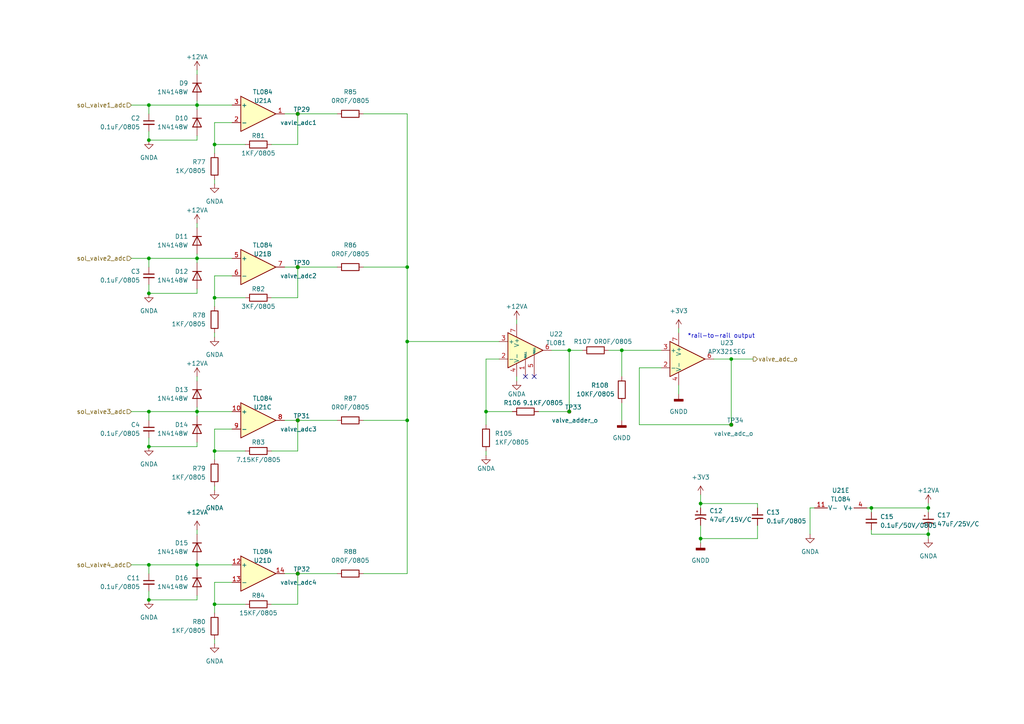
<source format=kicad_sch>
(kicad_sch (version 20211123) (generator eeschema)
  (paper "A4")
  (title_block (title "sol_valve_adc") (date "2022-06-23") (rev "rev00"))
  (lib_symbols
    (symbol "+12VA_1" (power) (pin_names (offset 0))
      (property "Value" "+12VA_1" (at 0 3.556 0))
      (symbol "+12VA_1_0_1"
        (polyline (pts (xy -0.762 1.27) (xy 0 2.54)))
        (polyline (pts (xy 0 0) (xy 0 2.54)))
        (polyline (pts (xy 0 2.54) (xy 0.762 1.27)))
      )
      (symbol "+12VA_1_1_1"
        (pin power_in line (at 0 0 90) (length 0) hide (name "+12VA") (number "1"))
      )
    )
    (symbol "+12VA_2" (power) (pin_names (offset 0))
      (property "Value" "+12VA_2" (at 0 3.556 0))
      (symbol "+12VA_2_0_1"
        (polyline (pts (xy -0.762 1.27) (xy 0 2.54)))
        (polyline (pts (xy 0 0) (xy 0 2.54)))
        (polyline (pts (xy 0 2.54) (xy 0.762 1.27)))
      )
      (symbol "+12VA_2_1_1"
        (pin power_in line (at 0 0 90) (length 0) hide (name "+12VA") (number "1"))
      )
    )
    (symbol "+12VA_3" (power) (pin_names (offset 0))
      (property "Value" "+12VA_3" (at 0 3.556 0))
      (symbol "+12VA_3_0_1"
        (polyline (pts (xy -0.762 1.27) (xy 0 2.54)))
        (polyline (pts (xy 0 0) (xy 0 2.54)))
        (polyline (pts (xy 0 2.54) (xy 0.762 1.27)))
      )
      (symbol "+12VA_3_1_1"
        (pin power_in line (at 0 0 90) (length 0) hide (name "+12VA") (number "1"))
      )
    )
    (symbol "+12VA_4" (power) (pin_names (offset 0))
      (property "Value" "+12VA_4" (at 0 3.556 0))
      (symbol "+12VA_4_0_1"
        (polyline (pts (xy -0.762 1.27) (xy 0 2.54)))
        (polyline (pts (xy 0 0) (xy 0 2.54)))
        (polyline (pts (xy 0 2.54) (xy 0.762 1.27)))
      )
      (symbol "+12VA_4_1_1"
        (pin power_in line (at 0 0 90) (length 0) hide (name "+12VA") (number "1"))
      )
    )
    (symbol "+12VA_5" (power) (pin_names (offset 0))
      (property "Value" "+12VA_5" (at 0 3.556 0))
      (symbol "+12VA_5_0_1"
        (polyline (pts (xy -0.762 1.27) (xy 0 2.54)))
        (polyline (pts (xy 0 0) (xy 0 2.54)))
        (polyline (pts (xy 0 2.54) (xy 0.762 1.27)))
      )
      (symbol "+12VA_5_1_1"
        (pin power_in line (at 0 0 90) (length 0) hide (name "+12VA") (number "1"))
      )
    )
    (symbol "Amplifier_Operational:OPA196xD" (pin_names (offset 0.127))
      (property "Reference" "U" (at 0 6.35 0))
      (property "Value" "OPA196xD" (at 0 3.81 0))
      (symbol "OPA196xD_0_1"
        (polyline (pts (xy -5.08 5.08) (xy 5.08 0) (xy -5.08 -5.08) (xy -5.08 5.08)) (stroke (width 0.254)) (fill (type background)))
      )
      (symbol "OPA196xD_1_1"
        (pin no_connect line (at -2.54 2.54 270) (length 2.54) hide (name "NC") (number "1"))
        (pin input line (at -7.62 -2.54 0) (length 2.54) (name "-") (number "2"))
        (pin input line (at -7.62 2.54 0) (length 2.54) (name "+") (number "3"))
        (pin power_in line (at -2.54 -7.62 90) (length 3.81) (name "V-") (number "4"))
        (pin no_connect line (at 0 2.54 270) (length 2.54) hide (name "NC") (number "5"))
        (pin output line (at 7.62 0 180) (length 2.54) (name "~") (number "6"))
        (pin power_in line (at -2.54 7.62 270) (length 3.81) (name "V+") (number "7"))
        (pin no_connect line (at 0 -2.54 90) (length 2.54) hide (name "NC") (number "8"))
      )
    )
    (symbol "Amplifier_Operational:TL081" (pin_names (offset 0.127))
      (property "Reference" "U" (at 0 6.35 0))
      (property "Value" "TL081" (at 0 3.81 0))
      (symbol "TL081_0_1"
        (polyline (pts (xy -5.08 5.08) (xy 5.08 0) (xy -5.08 -5.08) (xy -5.08 5.08)) (stroke (width 0.254)) (fill (type background)))
      )
      (symbol "TL081_1_1"
        (pin input line (at 0 -7.62 90) (length 5.08) (name "NULL") (number "1"))
        (pin input line (at -7.62 -2.54 0) (length 2.54) (name "-") (number "2"))
        (pin input line (at -7.62 2.54 0) (length 2.54) (name "+") (number "3"))
        (pin power_in line (at -2.54 -7.62 90) (length 3.81) (name "V-") (number "4"))
        (pin input line (at 2.54 -7.62 90) (length 6.35) (name "NULL") (number "5"))
        (pin output line (at 7.62 0 180) (length 2.54) (name "~") (number "6"))
        (pin power_in line (at -2.54 7.62 270) (length 3.81) (name "V+") (number "7"))
        (pin no_connect line (at 0 2.54 270) (length 2.54) hide (name "NC") (number "8"))
      )
    )
    (symbol "Amplifier_Operational:TL084" (pin_names (offset 0.127))
      (property "Reference" "U" (at 0 5.08 0))
      (property "Value" "TL084" (at 0 -5.08 0))
      (symbol "TL084_1_1"
        (polyline (pts (xy -5.08 5.08) (xy 5.08 0) (xy -5.08 -5.08) (xy -5.08 5.08)) (stroke (width 0.254)) (fill (type background)))
        (pin output line (at 7.62 0 180) (length 2.54) (name "~") (number "1"))
        (pin input line (at -7.62 -2.54 0) (length 2.54) (name "-") (number "2"))
        (pin input line (at -7.62 2.54 0) (length 2.54) (name "+") (number "3"))
      )
      (symbol "TL084_2_1"
        (polyline (pts (xy -5.08 5.08) (xy 5.08 0) (xy -5.08 -5.08) (xy -5.08 5.08)) (stroke (width 0.254)) (fill (type background)))
        (pin input line (at -7.62 2.54 0) (length 2.54) (name "+") (number "5"))
        (pin input line (at -7.62 -2.54 0) (length 2.54) (name "-") (number "6"))
        (pin output line (at 7.62 0 180) (length 2.54) (name "~") (number "7"))
      )
      (symbol "TL084_3_1"
        (polyline (pts (xy -5.08 5.08) (xy 5.08 0) (xy -5.08 -5.08) (xy -5.08 5.08)) (stroke (width 0.254)) (fill (type background)))
        (pin input line (at -7.62 2.54 0) (length 2.54) (name "+") (number "10"))
        (pin output line (at 7.62 0 180) (length 2.54) (name "~") (number "8"))
        (pin input line (at -7.62 -2.54 0) (length 2.54) (name "-") (number "9"))
      )
      (symbol "TL084_4_1"
        (polyline (pts (xy -5.08 5.08) (xy 5.08 0) (xy -5.08 -5.08) (xy -5.08 5.08)) (stroke (width 0.254)) (fill (type background)))
        (pin input line (at -7.62 2.54 0) (length 2.54) (name "+") (number "12"))
        (pin input line (at -7.62 -2.54 0) (length 2.54) (name "-") (number "13"))
        (pin output line (at 7.62 0 180) (length 2.54) (name "~") (number "14"))
      )
      (symbol "TL084_5_1"
        (pin power_in line (at -2.54 -7.62 90) (length 3.81) (name "V-") (number "11"))
        (pin power_in line (at -2.54 7.62 270) (length 3.81) (name "V+") (number "4"))
      )
    )
    (symbol "Connector:TestPoint_Small" (pin_numbers hide) (pin_names (offset 0.762) hide)
      (property "Reference" "TP" (at 0 3.81 0))
      (property "Value" "TestPoint_Small" (at 0 2.032 0))
      (symbol "TestPoint_Small_0_1"
        (circle (center 0 0) (radius 0.508))
      )
      (symbol "TestPoint_Small_1_1"
        (pin passive line (at 0 0 90) (length 0) (name "1") (number "1"))
      )
    )
    (symbol "Device:C_Polarized_Small_US" (pin_numbers hide) (pin_names (offset 0.254) hide)
      (property "Reference" "C" (at 0.254 1.778 0))
      (property "Value" "C_Polarized_Small_US" (at 0.254 -2.032 0))
      (symbol "C_Polarized_Small_US_0_1"
        (polyline (pts (xy -1.524 0.508) (xy 1.524 0.508)) (stroke (width 0.3048)))
        (polyline (pts (xy -1.27 1.524) (xy -0.762 1.524)))
        (polyline (pts (xy -1.016 1.27) (xy -1.016 1.778)))
        (arc (start 1.524 -0.762) (mid 0 -0.3734) (end -1.524 -0.762) (stroke (width 0.3048)))
      )
      (symbol "C_Polarized_Small_US_1_1"
        (pin passive line (at 0 2.54 270) (length 2.032) (name "~") (number "1"))
        (pin passive line (at 0 -2.54 90) (length 2.032) (name "~") (number "2"))
      )
    )
    (symbol "Device:C_Small" (pin_numbers hide) (pin_names (offset 0.254) hide)
      (property "Reference" "C" (at 0.254 1.778 0))
      (property "Value" "C_Small" (at 0.254 -2.032 0))
      (symbol "C_Small_0_1"
        (polyline (pts (xy -1.524 -0.508) (xy 1.524 -0.508)) (stroke (width 0.3302)))
        (polyline (pts (xy -1.524 0.508) (xy 1.524 0.508)) (stroke (width 0.3048)))
      )
      (symbol "C_Small_1_1"
        (pin passive line (at 0 2.54 270) (length 2.032) (name "~") (number "1"))
        (pin passive line (at 0 -2.54 90) (length 2.032) (name "~") (number "2"))
      )
    )
    (symbol "Device:R" (pin_numbers hide) (pin_names (offset 0))
      (property "Reference" "R" (at 2.032 0 90))
      (property "Value" "R" (at 0 0 90))
      (symbol "R_0_1"
        (rectangle (start -1.016 -2.54) (end 1.016 2.54) (stroke (width 0.254)))
      )
      (symbol "R_1_1"
        (pin passive line (at 0 3.81 270) (length 1.27) (name "~") (number "1"))
        (pin passive line (at 0 -3.81 90) (length 1.27) (name "~") (number "2"))
      )
    )
    (symbol "Diode:1N4148W" (pin_numbers hide) (pin_names (offset 1.016) hide)
      (property "Reference" "D" (at 0 2.54 0))
      (property "Value" "1N4148W" (at 0 -2.54 0))
      (symbol "1N4148W_0_1"
        (polyline (pts (xy -1.27 1.27) (xy -1.27 -1.27)) (stroke (width 0.254)))
        (polyline (pts (xy 1.27 0) (xy -1.27 0)))
        (polyline (pts (xy 1.27 1.27) (xy 1.27 -1.27) (xy -1.27 0) (xy 1.27 1.27)) (stroke (width 0.254)))
      )
      (symbol "1N4148W_1_1"
        (pin passive line (at -3.81 0 0) (length 2.54) (name "K") (number "1"))
        (pin passive line (at 3.81 0 180) (length 2.54) (name "A") (number "2"))
      )
    )
    (symbol "power:+12VA" (power) (pin_names (offset 0))
      (property "Value" "+12VA" (at 0 3.556 0))
      (symbol "+12VA_0_1"
        (polyline (pts (xy -0.762 1.27) (xy 0 2.54)))
        (polyline (pts (xy 0 0) (xy 0 2.54)))
        (polyline (pts (xy 0 2.54) (xy 0.762 1.27)))
      )
      (symbol "+12VA_1_1"
        (pin power_in line (at 0 0 90) (length 0) hide (name "+12VA") (number "1"))
      )
    )
    (symbol "power:+3V3" (power) (pin_names (offset 0))
      (property "Value" "+3V3" (at 0 3.556 0))
      (symbol "+3V3_0_1"
        (polyline (pts (xy -0.762 1.27) (xy 0 2.54)))
        (polyline (pts (xy 0 0) (xy 0 2.54)))
        (polyline (pts (xy 0 2.54) (xy 0.762 1.27)))
      )
      (symbol "+3V3_1_1"
        (pin power_in line (at 0 0 90) (length 0) hide (name "+3V3") (number "1"))
      )
    )
    (symbol "power:GNDA" (power) (pin_names (offset 0))
      (property "Value" "GNDA" (at 0 -3.81 0))
      (symbol "GNDA_0_1"
        (polyline (pts (xy 0 0) (xy 0 -1.27) (xy 1.27 -1.27) (xy 0 -2.54) (xy -1.27 -1.27) (xy 0 -1.27)))
      )
      (symbol "GNDA_1_1"
        (pin power_in line (at 0 0 270) (length 0) hide (name "GNDA") (number "1"))
      )
    )
    (symbol "power:GNDD" (power) (pin_names (offset 0))
      (property "Value" "GNDD" (at 0 -3.175 0))
      (symbol "GNDD_0_1"
        (rectangle (start -1.27 -1.524) (end 1.27 -2.032) (stroke (width 0.254)) (fill (type outline)))
        (polyline (pts (xy 0 0) (xy 0 -1.524)))
      )
      (symbol "GNDD_1_1"
        (pin power_in line (at 0 0 270) (length 0) hide (name "GNDD") (number "1"))
      )
    )
  )
  (junction (at 43.18 40.64))
  (junction (at 118.11 99.06))
  (junction (at 43.18 74.93))
  (junction (at 180.34 101.6))
  (junction (at 62.23 86.36))
  (junction (at 140.97 119.38))
  (junction (at 57.15 119.38))
  (junction (at 118.11 77.47))
  (junction (at 212.09 104.14))
  (junction (at 62.23 41.91))
  (junction (at 43.18 163.83))
  (junction (at 86.36 166.37))
  (junction (at 86.36 33.02))
  (junction (at 203.2 146.05))
  (junction (at 269.24 147.32))
  (junction (at 43.18 30.48))
  (junction (at 57.15 163.83))
  (junction (at 252.73 147.32))
  (junction (at 165.1 119.38))
  (junction (at 43.18 173.99))
  (junction (at 43.18 119.38))
  (junction (at 86.36 121.92))
  (junction (at 203.2 156.21))
  (junction (at 57.15 30.48))
  (junction (at 57.15 74.93))
  (junction (at 43.18 85.09))
  (junction (at 86.36 77.47))
  (junction (at 62.23 175.26))
  (junction (at 269.24 154.94))
  (junction (at 62.23 130.81))
  (junction (at 43.18 129.54))
  (junction (at 165.1 101.6))
  (junction (at 212.09 123.19))
  (junction (at 118.11 121.92))
  (no_connect (at 152.4 109.22))
  (no_connect (at 154.94 109.22))
  (wire (pts (xy 71.12 86.36) (xy 62.23 86.36)))
  (wire (pts (xy 43.18 74.93) (xy 43.18 77.47)))
  (wire (pts (xy 160.02 101.6) (xy 165.1 101.6)))
  (wire (pts (xy 43.18 127) (xy 43.18 129.54)))
  (wire (pts (xy 57.15 85.09) (xy 43.18 85.09)))
  (wire (pts (xy 203.2 156.21) (xy 203.2 157.48)))
  (wire (pts (xy 57.15 128.27) (xy 57.15 129.54)))
  (wire (pts (xy 140.97 104.14) (xy 144.78 104.14)))
  (wire (pts (xy 43.18 30.48) (xy 38.1 30.48)))
  (wire (pts (xy 62.23 175.26) (xy 62.23 177.8)))
  (wire (pts (xy 57.15 129.54) (xy 43.18 129.54)))
  (wire (pts (xy 57.15 29.21) (xy 57.15 30.48)))
  (wire (pts (xy 57.15 73.66) (xy 57.15 74.93)))
  (wire (pts (xy 105.41 121.92) (xy 118.11 121.92)))
  (wire (pts (xy 118.11 99.06) (xy 144.78 99.06)))
  (wire (pts (xy 71.12 175.26) (xy 62.23 175.26)))
  (wire (pts (xy 165.1 101.6) (xy 165.1 119.38)))
  (wire (pts (xy 57.15 109.22) (xy 57.15 110.49)))
  (wire (pts (xy 43.18 30.48) (xy 43.18 33.02)))
  (wire (pts (xy 269.24 147.32) (xy 269.24 148.59)))
  (wire (pts (xy 185.42 123.19) (xy 212.09 123.19)))
  (wire (pts (xy 57.15 172.72) (xy 57.15 173.99)))
  (wire (pts (xy 236.22 147.32) (xy 234.95 147.32)))
  (wire (pts (xy 86.36 77.47) (xy 82.55 77.47)))
  (wire (pts (xy 57.15 119.38) (xy 57.15 120.65)))
  (wire (pts (xy 86.36 166.37) (xy 97.79 166.37)))
  (wire (pts (xy 62.23 185.42) (xy 62.23 186.69)))
  (wire (pts (xy 71.12 41.91) (xy 62.23 41.91)))
  (wire (pts (xy 78.74 86.36) (xy 86.36 86.36)))
  (wire (pts (xy 67.31 124.46) (xy 62.23 124.46)))
  (wire (pts (xy 67.31 168.91) (xy 62.23 168.91)))
  (wire (pts (xy 252.73 153.67) (xy 252.73 154.94)))
  (wire (pts (xy 219.71 147.32) (xy 219.71 146.05)))
  (wire (pts (xy 86.36 166.37) (xy 82.55 166.37)))
  (wire (pts (xy 57.15 163.83) (xy 43.18 163.83)))
  (wire (pts (xy 149.86 92.71) (xy 149.86 93.98)))
  (wire (pts (xy 86.36 77.47) (xy 97.79 77.47)))
  (wire (pts (xy 196.85 95.25) (xy 196.85 96.52)))
  (wire (pts (xy 62.23 86.36) (xy 62.23 88.9)))
  (wire (pts (xy 57.15 39.37) (xy 57.15 40.64)))
  (wire (pts (xy 118.11 121.92) (xy 118.11 99.06)))
  (wire (pts (xy 62.23 41.91) (xy 62.23 44.45)))
  (wire (pts (xy 67.31 74.93) (xy 57.15 74.93)))
  (wire (pts (xy 57.15 64.77) (xy 57.15 66.04)))
  (wire (pts (xy 62.23 140.97) (xy 62.23 142.24)))
  (wire (pts (xy 219.71 146.05) (xy 203.2 146.05)))
  (wire (pts (xy 207.01 104.14) (xy 212.09 104.14)))
  (wire (pts (xy 165.1 119.38) (xy 156.21 119.38)))
  (wire (pts (xy 180.34 101.6) (xy 180.34 109.22)))
  (wire (pts (xy 62.23 96.52) (xy 62.23 97.79)))
  (wire (pts (xy 118.11 166.37) (xy 118.11 121.92)))
  (wire (pts (xy 43.18 74.93) (xy 38.1 74.93)))
  (wire (pts (xy 43.18 38.1) (xy 43.18 40.64)))
  (wire (pts (xy 148.59 119.38) (xy 140.97 119.38)))
  (wire (pts (xy 57.15 40.64) (xy 43.18 40.64)))
  (wire (pts (xy 269.24 146.05) (xy 269.24 147.32)))
  (wire (pts (xy 62.23 80.01) (xy 62.23 86.36)))
  (wire (pts (xy 105.41 33.02) (xy 118.11 33.02)))
  (wire (pts (xy 62.23 168.91) (xy 62.23 175.26)))
  (wire (pts (xy 57.15 163.83) (xy 57.15 165.1)))
  (wire (pts (xy 203.2 146.05) (xy 203.2 147.32)))
  (wire (pts (xy 43.18 119.38) (xy 43.18 121.92)))
  (wire (pts (xy 203.2 143.51) (xy 203.2 146.05)))
  (wire (pts (xy 176.53 101.6) (xy 180.34 101.6)))
  (wire (pts (xy 67.31 119.38) (xy 57.15 119.38)))
  (wire (pts (xy 86.36 33.02) (xy 97.79 33.02)))
  (wire (pts (xy 234.95 147.32) (xy 234.95 154.94)))
  (wire (pts (xy 43.18 163.83) (xy 38.1 163.83)))
  (wire (pts (xy 86.36 175.26) (xy 86.36 166.37)))
  (wire (pts (xy 212.09 123.19) (xy 212.09 104.14)))
  (wire (pts (xy 67.31 35.56) (xy 62.23 35.56)))
  (wire (pts (xy 62.23 124.46) (xy 62.23 130.81)))
  (wire (pts (xy 86.36 121.92) (xy 97.79 121.92)))
  (wire (pts (xy 67.31 80.01) (xy 62.23 80.01)))
  (wire (pts (xy 180.34 116.84) (xy 180.34 121.92)))
  (wire (pts (xy 86.36 33.02) (xy 82.55 33.02)))
  (wire (pts (xy 149.86 109.22) (xy 149.86 110.49)))
  (wire (pts (xy 62.23 52.07) (xy 62.23 53.34)))
  (wire (pts (xy 252.73 147.32) (xy 252.73 148.59)))
  (wire (pts (xy 180.34 101.6) (xy 191.77 101.6)))
  (wire (pts (xy 185.42 106.68) (xy 185.42 123.19)))
  (wire (pts (xy 140.97 130.81) (xy 140.97 132.08)))
  (wire (pts (xy 203.2 156.21) (xy 219.71 156.21)))
  (wire (pts (xy 57.15 74.93) (xy 43.18 74.93)))
  (wire (pts (xy 140.97 119.38) (xy 140.97 104.14)))
  (wire (pts (xy 57.15 30.48) (xy 57.15 31.75)))
  (wire (pts (xy 105.41 166.37) (xy 118.11 166.37)))
  (wire (pts (xy 57.15 74.93) (xy 57.15 76.2)))
  (wire (pts (xy 252.73 154.94) (xy 269.24 154.94)))
  (wire (pts (xy 67.31 30.48) (xy 57.15 30.48)))
  (wire (pts (xy 212.09 104.14) (xy 218.44 104.14)))
  (wire (pts (xy 78.74 175.26) (xy 86.36 175.26)))
  (wire (pts (xy 57.15 118.11) (xy 57.15 119.38)))
  (wire (pts (xy 78.74 130.81) (xy 86.36 130.81)))
  (wire (pts (xy 67.31 163.83) (xy 57.15 163.83)))
  (wire (pts (xy 57.15 20.32) (xy 57.15 21.59)))
  (wire (pts (xy 78.74 41.91) (xy 86.36 41.91)))
  (wire (pts (xy 71.12 130.81) (xy 62.23 130.81)))
  (wire (pts (xy 86.36 130.81) (xy 86.36 121.92)))
  (wire (pts (xy 43.18 171.45) (xy 43.18 173.99)))
  (wire (pts (xy 86.36 121.92) (xy 82.55 121.92)))
  (wire (pts (xy 62.23 130.81) (xy 62.23 133.35)))
  (wire (pts (xy 86.36 86.36) (xy 86.36 77.47)))
  (wire (pts (xy 252.73 147.32) (xy 269.24 147.32)))
  (wire (pts (xy 269.24 153.67) (xy 269.24 154.94)))
  (wire (pts (xy 57.15 119.38) (xy 43.18 119.38)))
  (wire (pts (xy 57.15 153.67) (xy 57.15 154.94)))
  (wire (pts (xy 251.46 147.32) (xy 252.73 147.32)))
  (wire (pts (xy 57.15 173.99) (xy 43.18 173.99)))
  (wire (pts (xy 140.97 119.38) (xy 140.97 123.19)))
  (wire (pts (xy 43.18 82.55) (xy 43.18 85.09)))
  (wire (pts (xy 118.11 77.47) (xy 118.11 99.06)))
  (wire (pts (xy 43.18 163.83) (xy 43.18 166.37)))
  (wire (pts (xy 57.15 83.82) (xy 57.15 85.09)))
  (wire (pts (xy 191.77 106.68) (xy 185.42 106.68)))
  (wire (pts (xy 62.23 35.56) (xy 62.23 41.91)))
  (wire (pts (xy 105.41 77.47) (xy 118.11 77.47)))
  (wire (pts (xy 118.11 33.02) (xy 118.11 77.47)))
  (wire (pts (xy 57.15 162.56) (xy 57.15 163.83)))
  (wire (pts (xy 196.85 111.76) (xy 196.85 114.3)))
  (wire (pts (xy 43.18 119.38) (xy 38.1 119.38)))
  (wire (pts (xy 203.2 152.4) (xy 203.2 156.21)))
  (wire (pts (xy 86.36 41.91) (xy 86.36 33.02)))
  (wire (pts (xy 57.15 30.48) (xy 43.18 30.48)))
  (wire (pts (xy 269.24 154.94) (xy 269.24 156.21)))
  (wire (pts (xy 165.1 101.6) (xy 168.91 101.6)))
  (wire (pts (xy 219.71 152.4) (xy 219.71 156.21)))
  (text "*rail-to-rail output\n\n" (at 199.39 100.33 0) (effects (font (size 1.27 1.27)) (justify left bottom)))
  (hierarchical_label "sol_valve2_adc" (shape input) (at 38.1 74.93 180))
  (hierarchical_label "sol_valve4_adc" (shape input) (at 38.1 163.83 180))
  (hierarchical_label "valve_adc_o" (shape output) (at 218.44 104.14 0))
  (hierarchical_label "sol_valve1_adc" (shape input) (at 38.1 30.48 180))
  (hierarchical_label "sol_valve3_adc" (shape input) (at 38.1 119.38 180))
  (symbol (lib_id "Device:C_Polarized_Small_US") (at 269.24 151.13 0) (unit 1)
    (property "Reference" "C17" (at 271.78 149.4281 0) (effects (justify left)))
    (property "Value" "47uF/25V/C" (at 271.78 151.9681 0) (effects (justify left)))
  )
  (symbol (lib_id "power:GNDA") (at 43.18 173.99 0) (mirror y) (unit 1)
    (property "Reference" "#PWR044" (effects hide))
    (property "Value" "GNDA" (at 43.18 179.07 0))
  )
  (symbol (lib_id "Device:R") (at 62.23 92.71 0) (mirror x) (unit 1)
    (property "Reference" "R78" (at 59.69 91.4399 0) (effects (justify right)))
    (property "Value" "1KF/0805" (at 59.69 93.9799 0) (effects (justify right)))
  )
  (symbol (lib_id "power:GNDA") (at 43.18 85.09 0) (mirror y) (unit 1)
    (property "Reference" "#PWR042" (effects hide))
    (property "Value" "GNDA" (at 43.18 90.17 0))
  )
  (symbol (lib_id "power:GNDA") (at 62.23 97.79 0) (mirror y) (unit 1)
    (property "Reference" "#PWR050" (effects hide))
    (property "Value" "GNDA" (at 62.23 102.87 0))
  )
  (symbol (lib_name "+12VA_5") (lib_id "power:+12VA") (at 57.15 109.22 0) (unit 1)
    (property "Reference" "#PWR047" (effects hide))
    (property "Value" "+12VA" (at 57.15 105.41 0))
  )
  (symbol (lib_id "Device:C_Small") (at 43.18 124.46 0) (mirror y) (unit 1)
    (property "Reference" "C4" (at 40.64 123.1962 0) (effects (justify left)))
    (property "Value" "0.1uF/0805" (at 40.64 125.7362 0) (effects (justify left)))
  )
  (symbol (lib_id "Device:R") (at 62.23 137.16 0) (mirror x) (unit 1)
    (property "Reference" "R79" (at 59.69 135.8899 0) (effects (justify right)))
    (property "Value" "1KF/0805" (at 59.69 138.4299 0) (effects (justify right)))
  )
  (symbol (lib_id "Amplifier_Operational:TL084") (at 74.93 166.37 0) (unit 4)
    (property "Reference" "U21" (at 76.2 162.56 0))
    (property "Value" "TL084" (at 76.2 160.02 0))
    (property "Datasheet" "http://www.ti.com/lit/ds/symlink/tl081.pdf" (effects hide))
    (property "Reference" "U?" (effects hide))
    (property "Value" "TL084" (effects hide))
  )
  (symbol (lib_id "power:GNDA") (at 140.97 132.08 0) (mirror y) (unit 1)
    (property "Reference" "#PWR053" (effects hide))
    (property "Value" "GNDA" (at 140.97 135.89 0))
  )
  (symbol (lib_name "+12VA_2") (lib_id "power:+12VA") (at 57.15 20.32 0) (unit 1)
    (property "Reference" "#PWR045" (effects hide))
    (property "Value" "+12VA" (at 57.15 16.51 0))
  )
  (symbol (lib_id "Diode:1N4148W") (at 57.15 168.91 90) (mirror x) (unit 1)
    (property "Reference" "D16" (at 54.61 167.6399 90) (effects (justify left)))
    (property "Value" "1N4148W" (at 54.61 170.1799 90) (effects (justify left)))
    (property "Footprint" "Diode_SMD:D_SOD-123" (effects hide))
    (property "Datasheet" "https://www.vishay.com/docs/85748/1n4148w.pdf" (effects hide))
  )
  (symbol (lib_id "Device:R") (at 140.97 127 0) (unit 1)
    (property "Reference" "R105" (at 143.51 125.7299 0) (effects (justify left)))
    (property "Value" "1KF/0805" (at 143.51 128.2699 0) (effects (justify left)))
  )
  (symbol (lib_id "power:+3V3") (at 203.2 143.51 0) (unit 1)
    (property "Reference" "#PWR060" (effects hide))
    (property "Value" "+3V3" (at 203.2 138.43 0))
  )
  (symbol (lib_id "Device:R") (at 101.6 121.92 90) (unit 1)
    (property "Reference" "R87" (at 101.6 115.57 90))
    (property "Value" "0R0F/0805" (at 101.6 118.11 90))
  )
  (symbol (lib_id "Device:R") (at 152.4 119.38 90) (unit 1)
    (property "Reference" "R106" (at 148.59 116.84 90))
    (property "Value" "9.1KF/0805" (at 157.48 116.84 90))
  )
  (symbol (lib_id "Amplifier_Operational:TL084") (at 243.84 149.86 270) (unit 5)
    (property "Reference" "U21" (at 243.84 142.24 90))
    (property "Value" "TL084" (at 243.84 144.78 90))
    (property "Datasheet" "http://www.ti.com/lit/ds/symlink/tl081.pdf" (effects hide))
    (property "Reference" "U?" (effects hide))
    (property "Value" "TL084" (effects hide))
  )
  (symbol (lib_id "power:GNDD") (at 180.34 121.92 0) (unit 1)
    (property "Reference" "#PWR056" (effects hide))
    (property "Value" "GNDD" (at 180.34 127 0))
  )
  (symbol (lib_id "Device:R") (at 62.23 48.26 0) (mirror x) (unit 1)
    (property "Reference" "R77" (at 59.69 46.9899 0) (effects (justify right)))
    (property "Value" "1K/0805" (at 59.69 49.5299 0) (effects (justify right)))
    (property "Reference" "R77" (effects hide))
    (property "Value" "1KF/0805" (effects hide))
  )
  (symbol (lib_id "Connector:TestPoint_Small") (at 86.36 121.92 0) (unit 1)
    (property "Reference" "TP31" (at 85.09 120.65 0) (effects (justify left)))
    (property "Value" "valve_adc3" (at 81.28 124.46 0) (effects (justify left)))
  )
  (symbol (lib_id "Device:R") (at 172.72 101.6 90) (unit 1)
    (property "Reference" "R107" (at 168.91 99.06 90))
    (property "Value" "0R0F/0805" (at 177.8 99.06 90))
  )
  (symbol (lib_id "power:GNDA") (at 62.23 142.24 0) (mirror y) (unit 1)
    (property "Reference" "#PWR051" (effects hide))
    (property "Value" "GNDA" (at 62.23 147.32 0))
  )
  (symbol (lib_id "Device:R") (at 180.34 113.03 180) (unit 1)
    (property "Reference" "R108" (at 173.99 111.76 0))
    (property "Value" "10KF/0805" (at 172.72 114.3 0))
  )
  (symbol (lib_id "power:+3V3") (at 196.85 95.25 0) (unit 1)
    (property "Reference" "#PWR057" (effects hide))
    (property "Value" "+3V3" (at 196.85 90.17 0))
  )
  (symbol (lib_name "+12VA_4") (lib_id "power:+12VA") (at 269.24 146.05 0) (unit 1)
    (property "Reference" "#PWR059" (effects hide))
    (property "Value" "+12VA" (at 269.24 142.24 0))
  )
  (symbol (lib_id "power:GNDA") (at 234.95 154.94 0) (unit 1)
    (property "Reference" "#PWR061" (effects hide))
    (property "Value" "GNDA" (at 234.95 160.02 0))
  )
  (symbol (lib_id "Device:R") (at 62.23 181.61 0) (mirror x) (unit 1)
    (property "Reference" "R80" (at 59.69 180.3399 0) (effects (justify right)))
    (property "Value" "1KF/0805" (at 59.69 182.8799 0) (effects (justify right)))
  )
  (symbol (lib_id "Diode:1N4148W") (at 57.15 35.56 90) (mirror x) (unit 1)
    (property "Reference" "D10" (at 54.61 34.2899 90) (effects (justify left)))
    (property "Value" "1N4148W" (at 54.61 36.8299 90) (effects (justify left)))
    (property "Reference" "D10" (effects hide))
    (property "Value" "1N4148W" (effects hide))
  )
  (symbol (lib_id "Diode:1N4148W") (at 57.15 114.3 90) (mirror x) (unit 1)
    (property "Reference" "D13" (at 54.61 113.0299 90) (effects (justify left)))
    (property "Value" "1N4148W" (at 54.61 115.5699 90) (effects (justify left)))
    (property "Footprint" "Diode_SMD:D_SOD-123" (effects hide))
    (property "Datasheet" "https://www.vishay.com/docs/85748/1n4148w.pdf" (effects hide))
  )
  (symbol (lib_id "power:GNDA") (at 149.86 110.49 0) (mirror y) (unit 1)
    (property "Reference" "#PWR055" (effects hide))
    (property "Value" "GNDA" (at 149.86 114.3 0))
  )
  (symbol (lib_id "power:+12VA") (at 149.86 92.71 0) (unit 1)
    (property "Reference" "#PWR054" (effects hide))
    (property "Value" "+12VA" (at 149.86 88.9 0))
  )
  (symbol (lib_id "Diode:1N4148W") (at 57.15 25.4 90) (mirror x) (unit 1)
    (property "Reference" "D9" (at 54.61 24.1299 90) (effects (justify left)))
    (property "Value" "1N4148W" (at 54.61 26.6699 90) (effects (justify left)))
    (property "Footprint" "Diode_SMD:D_SOD-123" (effects hide))
    (property "Datasheet" "https://www.vishay.com/docs/85748/1n4148w.pdf" (effects hide))
  )
  (symbol (lib_id "Device:R") (at 101.6 33.02 90) (unit 1)
    (property "Reference" "R85" (at 101.6 26.67 90))
    (property "Value" "0R0F/0805" (at 101.6 29.21 90))
    (property "Reference" "R85" (effects hide))
    (property "Value" "R" (effects hide))
  )
  (symbol (lib_id "Diode:1N4148W") (at 57.15 80.01 90) (mirror x) (unit 1)
    (property "Reference" "D12" (at 54.61 78.7399 90) (effects (justify left)))
    (property "Value" "1N4148W" (at 54.61 81.2799 90) (effects (justify left)))
    (property "Footprint" "Diode_SMD:D_SOD-123" (effects hide))
    (property "Datasheet" "https://www.vishay.com/docs/85748/1n4148w.pdf" (effects hide))
  )
  (symbol (lib_id "Device:C_Small") (at 219.71 149.86 0) (unit 1)
    (property "Reference" "C13" (at 222.25 148.5962 0) (effects (justify left)))
    (property "Value" "0.1uF/0805" (at 222.25 151.1362 0) (effects (justify left)))
  )
  (symbol (lib_id "Device:R") (at 74.93 86.36 90) (mirror x) (unit 1)
    (property "Reference" "R82" (at 74.93 83.82 90))
    (property "Value" "3KF/0805" (at 74.93 88.9 90))
  )
  (symbol (lib_id "Diode:1N4148W") (at 57.15 69.85 90) (mirror x) (unit 1)
    (property "Reference" "D11" (at 54.61 68.5799 90) (effects (justify left)))
    (property "Value" "1N4148W" (at 54.61 71.1199 90) (effects (justify left)))
    (property "Footprint" "Diode_SMD:D_SOD-123" (effects hide))
    (property "Datasheet" "https://www.vishay.com/docs/85748/1n4148w.pdf" (effects hide))
  )
  (symbol (lib_id "Device:C_Small") (at 252.73 151.13 0) (unit 1)
    (property "Reference" "C15" (at 255.27 149.8662 0) (effects (justify left)))
    (property "Value" "0.1uF/50V/0805" (at 255.27 152.4062 0) (effects (justify left)))
  )
  (symbol (lib_id "Connector:TestPoint_Small") (at 86.36 33.02 0) (unit 1)
    (property "Reference" "TP29" (at 85.09 31.75 0) (effects (justify left)))
    (property "Value" "vavle_adc1" (at 81.28 35.56 0) (effects (justify left)))
    (property "Reference" "TP?" (effects hide))
    (property "Value" "vavle_adc1" (effects hide))
  )
  (symbol (lib_id "Device:C_Small") (at 43.18 80.01 0) (mirror y) (unit 1)
    (property "Reference" "C3" (at 40.64 78.7462 0) (effects (justify left)))
    (property "Value" "0.1uF/0805" (at 40.64 81.2862 0) (effects (justify left)))
  )
  (symbol (lib_id "power:GNDA") (at 269.24 156.21 0) (unit 1)
    (property "Reference" "#PWR065" (effects hide))
    (property "Value" "GNDA" (at 269.24 161.29 0))
  )
  (symbol (lib_name "+12VA_1") (lib_id "power:+12VA") (at 57.15 153.67 0) (unit 1)
    (property "Reference" "#PWR0109" (effects hide))
    (property "Value" "+12VA" (at 57.15 148.59 0))
  )
  (symbol (lib_id "Diode:1N4148W") (at 57.15 158.75 90) (mirror x) (unit 1)
    (property "Reference" "D15" (at 54.61 157.4799 90) (effects (justify left)))
    (property "Value" "1N4148W" (at 54.61 160.0199 90) (effects (justify left)))
    (property "Footprint" "Diode_SMD:D_SOD-123" (effects hide))
    (property "Datasheet" "https://www.vishay.com/docs/85748/1n4148w.pdf" (effects hide))
  )
  (symbol (lib_id "power:GNDD") (at 196.85 114.3 0) (unit 1)
    (property "Reference" "#PWR058" (effects hide))
    (property "Value" "GNDD" (at 196.85 119.38 0))
  )
  (symbol (lib_id "Device:C_Small") (at 43.18 35.56 0) (mirror y) (unit 1)
    (property "Reference" "C2" (at 40.64 34.2962 0) (effects (justify left)))
    (property "Value" "0.1uF/0805" (at 40.64 36.8362 0) (effects (justify left)))
  )
  (symbol (lib_id "power:GNDA") (at 62.23 53.34 0) (mirror y) (unit 1)
    (property "Reference" "#PWR049" (effects hide))
    (property "Value" "GNDA" (at 62.23 58.42 0))
  )
  (symbol (lib_id "Device:R") (at 101.6 77.47 90) (unit 1)
    (property "Reference" "R86" (at 101.6 71.12 90))
    (property "Value" "0R0F/0805" (at 101.6 73.66 90))
  )
  (symbol (lib_id "Device:R") (at 74.93 41.91 90) (mirror x) (unit 1)
    (property "Reference" "R81" (at 74.93 39.37 90))
    (property "Value" "1KF/0805" (at 74.93 44.45 90))
  )
  (symbol (lib_id "power:GNDA") (at 43.18 129.54 0) (mirror y) (unit 1)
    (property "Reference" "#PWR043" (effects hide))
    (property "Value" "GNDA" (at 43.18 134.62 0))
  )
  (symbol (lib_id "Device:C_Polarized_Small_US") (at 203.2 149.86 0) (unit 1)
    (property "Reference" "C12" (at 205.74 148.1581 0) (effects (justify left)))
    (property "Value" "47uF/15V/C" (at 205.74 150.6981 0) (effects (justify left)))
  )
  (symbol (lib_id "Connector:TestPoint_Small") (at 212.09 123.19 0) (unit 1)
    (property "Reference" "TP34" (at 210.82 121.92 0) (effects (justify left)))
    (property "Value" "valve_adc_o" (at 207.01 125.73 0) (effects (justify left)))
  )
  (symbol (lib_id "Device:R") (at 74.93 175.26 90) (mirror x) (unit 1)
    (property "Reference" "R84" (at 74.93 172.72 90))
    (property "Value" "15KF/0805" (at 74.93 177.8 90))
  )
  (symbol (lib_id "power:GNDA") (at 62.23 186.69 0) (mirror y) (unit 1)
    (property "Reference" "#PWR052" (effects hide))
    (property "Value" "GNDA" (at 62.23 191.77 0))
  )
  (symbol (lib_id "power:GNDD") (at 203.2 157.48 0) (unit 1)
    (property "Reference" "#PWR062" (effects hide))
    (property "Value" "GNDD" (at 203.2 162.56 0))
  )
  (symbol (lib_id "Amplifier_Operational:TL084") (at 74.93 121.92 0) (unit 3)
    (property "Reference" "U21" (at 76.2 118.11 0))
    (property "Value" "TL084" (at 76.2 115.57 0))
    (property "Datasheet" "http://www.ti.com/lit/ds/symlink/tl081.pdf" (effects hide))
    (property "Reference" "U?" (effects hide))
    (property "Value" "TL084" (effects hide))
  )
  (symbol (lib_id "Connector:TestPoint_Small") (at 86.36 77.47 0) (unit 1)
    (property "Reference" "TP30" (at 85.09 76.2 0) (effects (justify left)))
    (property "Value" "valve_adc2" (at 81.28 80.01 0) (effects (justify left)))
  )
  (symbol (lib_id "Diode:1N4148W") (at 57.15 124.46 90) (mirror x) (unit 1)
    (property "Reference" "D14" (at 54.61 123.1899 90) (effects (justify left)))
    (property "Value" "1N4148W" (at 54.61 125.7299 90) (effects (justify left)))
    (property "Footprint" "Diode_SMD:D_SOD-123" (effects hide))
    (property "Datasheet" "https://www.vishay.com/docs/85748/1n4148w.pdf" (effects hide))
  )
  (symbol (lib_id "Connector:TestPoint_Small") (at 86.36 166.37 0) (unit 1)
    (property "Reference" "TP32" (at 85.09 165.1 0) (effects (justify left)))
    (property "Value" "valve_adc4" (at 81.28 168.91 0) (effects (justify left)))
  )
  (symbol (lib_id "Amplifier_Operational:TL084") (at 74.93 77.47 0) (unit 2)
    (property "Reference" "U21" (at 76.2 73.66 0))
    (property "Value" "TL084" (at 76.2 71.12 0))
    (property "Datasheet" "http://www.ti.com/lit/ds/symlink/tl081.pdf" (effects hide))
    (property "Reference" "U?" (effects hide))
    (property "Value" "TL084" (effects hide))
  )
  (symbol (lib_id "Device:C_Small") (at 43.18 168.91 0) (mirror y) (unit 1)
    (property "Reference" "C11" (at 40.64 167.6462 0) (effects (justify left)))
    (property "Value" "0.1uF/0805" (at 40.64 170.1862 0) (effects (justify left)))
  )
  (symbol (lib_id "Device:R") (at 101.6 166.37 90) (unit 1)
    (property "Reference" "R88" (at 101.6 160.02 90))
    (property "Value" "0R0F/0805" (at 101.6 162.56 90))
  )
  (symbol (lib_id "Amplifier_Operational:TL081") (at 152.4 101.6 0) (unit 1)
    (property "Reference" "U22" (at 161.29 96.901 0))
    (property "Value" "TL081" (at 161.29 99.441 0))
    (property "Datasheet" "http://www.ti.com/lit/ds/symlink/tl081.pdf" (effects hide))
  )
  (symbol (lib_id "Connector:TestPoint_Small") (at 165.1 119.38 0) (unit 1)
    (property "Reference" "TP33" (at 163.83 118.11 0) (effects (justify left)))
    (property "Value" "valve_adder_o" (at 160.02 121.92 0) (effects (justify left)))
  )
  (symbol (lib_id "Amplifier_Operational:OPA196xD") (at 199.39 104.14 0) (unit 1)
    (property "Reference" "U23" (at 210.82 99.441 0))
    (property "Value" "APX321SEG" (at 210.82 101.981 0))
    (property "Footprint" "Package_SO:SOIC-8_3.9x4.9mm_P1.27mm" (effects hide))
    (property "Datasheet" "http://www.ti.com/lit/ds/symlink/opa4196.pdf" (effects hide))
  )
  (symbol (lib_name "+12VA_3") (lib_id "power:+12VA") (at 57.15 64.77 0) (unit 1)
    (property "Reference" "#PWR046" (effects hide))
    (property "Value" "+12VA" (at 57.15 60.96 0))
  )
  (symbol (lib_id "Amplifier_Operational:TL084") (at 74.93 33.02 0) (unit 1)
    (property "Reference" "U21" (at 76.2 29.21 0))
    (property "Value" "TL084" (at 76.2 26.67 0))
    (property "Reference" "U21" (effects hide))
    (property "Value" "TL084" (effects hide))
  )
  (symbol (lib_id "power:GNDA") (at 43.18 40.64 0) (mirror y) (unit 1)
    (property "Reference" "#PWR041" (effects hide))
    (property "Value" "GNDA" (at 43.18 45.72 0))
  )
  (symbol (lib_id "Device:R") (at 74.93 130.81 90) (mirror x) (unit 1)
    (property "Reference" "R83" (at 74.93 128.27 90))
    (property "Value" "7.15KF/0805" (at 74.93 133.35 90))
  )
)
</source>
